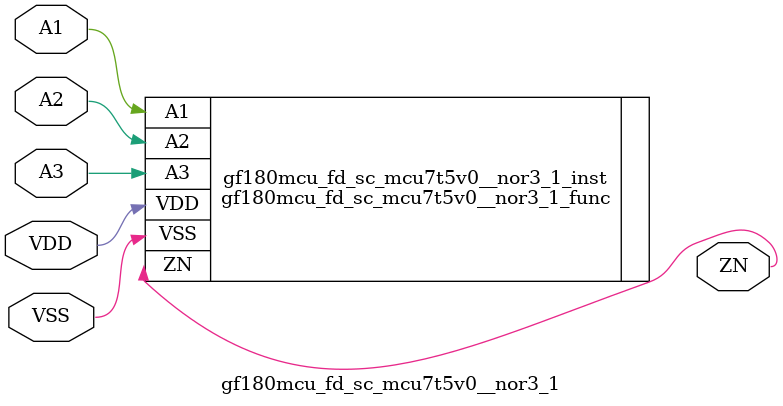
<source format=v>

module gf180mcu_fd_sc_mcu7t5v0__nor3_1( A3, ZN, A2, A1, VDD, VSS );
input A1, A2, A3;
inout VDD, VSS;
output ZN;

   `ifdef FUNCTIONAL  //  functional //

	gf180mcu_fd_sc_mcu7t5v0__nor3_1_func gf180mcu_fd_sc_mcu7t5v0__nor3_1_behav_inst(.A3(A3),.ZN(ZN),.A2(A2),.A1(A1),.VDD(VDD),.VSS(VSS));

   `else

	gf180mcu_fd_sc_mcu7t5v0__nor3_1_func gf180mcu_fd_sc_mcu7t5v0__nor3_1_inst(.A3(A3),.ZN(ZN),.A2(A2),.A1(A1),.VDD(VDD),.VSS(VSS));

	// spec_gates_begin


	// spec_gates_end



   specify

	// specify_block_begin

	// comb arc A1 --> ZN
	 (A1 => ZN) = (1.0,1.0);

	// comb arc A2 --> ZN
	 (A2 => ZN) = (1.0,1.0);

	// comb arc A3 --> ZN
	 (A3 => ZN) = (1.0,1.0);

	// specify_block_end

   endspecify

   `endif

endmodule

</source>
